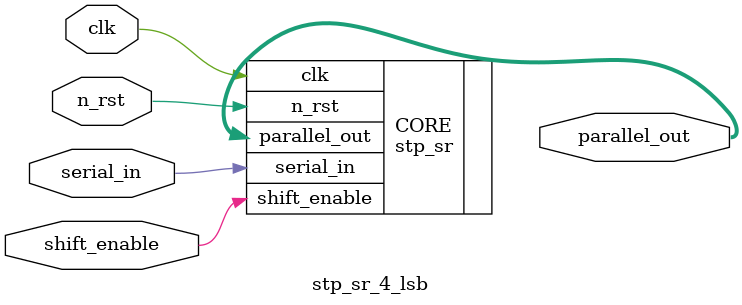
<source format=sv>

module stp_sr_4_lsb
(
	input wire clk,
	input wire n_rst,
	input wire serial_in,
	input wire shift_enable,
	output wire [3:0] parallel_out 
);

	stp_sr 
	#(
		.NUM_BITS(4),
		.SHIFT_MSB(0)
		)
	CORE(
		.clk(clk),
		.n_rst(n_rst),
		.serial_in(serial_in),
		.shift_enable(shift_enable),
		.parallel_out(parallel_out)
	);

endmodule

</source>
